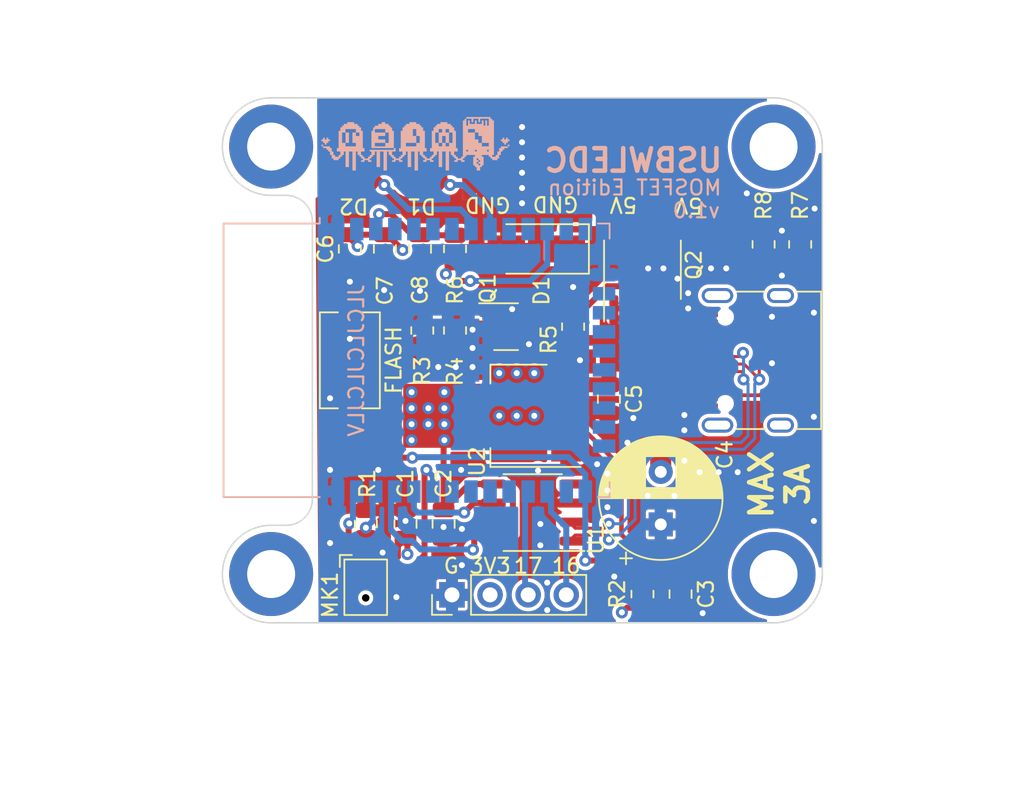
<source format=kicad_pcb>
(kicad_pcb (version 20221018) (generator pcbnew)
  (layers (0 "F.Cu" signal) (1 "In1.Cu" signal) (2 "In2.Cu" signal) (31 "B.Cu" signal) (34 "B.Paste" user) (35 "F.Paste" user) (36 "B.SilkS" user "B.Silkscreen") (37 "F.SilkS" user "F.Silkscreen") (38 "B.Mask" user) (39 "F.Mask" user) (44 "Edge.Cuts" user))
  (net 0 "")
  (net 1 "+5V")
  (net 2 "GND")
  (net 3 "STRIP_5V")
  (net 4 "RELAY")
  (net 5 "RX")
  (net 6 "TX")
  (net 7 "Net-(U3-EN)")
  (net 8 "FLASH")
  (net 9 "Net-(Q1-D)")
  (net 10 "STRIP_DATA_2")
  (net 11 "STRIP_DATA_1")
  (net 12 "I2S_WS")
  (net 13 "I2S_SCK")
  (net 14 "Net-(Q1-G)")
  (net 19 "I2S_SD")
  (net 35 "IO16")
  (net 36 "IO17")
  (net 38 "+3V3")
  (net 39 "Net-(J10-CC1)")
  (net 40 "D+")
  (net 41 "D-")
  (net 43 "Net-(J10-CC2)")
  (footprint "Capacitor_SMD:C_0805_2012Metric" (layer "F.Cu") (at 33.1724 30.0736 -90)
    (fp_text reference "C8")
    (fp_text value "1uF")
  )
  (footprint "ProjectLibrary:SolderWirePad_1x01_SMD_3x6mm" (layer "F.Cu") (at 37.7252 23.368)
    (fp_text reference "J3" hide)
    (fp_text value "GND PAD")
  )
  (footprint "ProjectLibrary:SolderWirePad_1x01_SMD_3x6mm" (layer "F.Cu") (at 46.6852 23.368)
    (fp_text reference "J1" hide)
    (fp_text value "5V OUT PAD")
  )
  (footprint "MountingHole:MountingHole_3.2mm_M3_DIN965_Pad_TopBottom" (layer "F.Cu") (at 23.25 51.75)
    (fp_text reference "H1" hide)
    (fp_text value "MountingHole")
  )
  (footprint "Resistor_SMD:R_0805_2012Metric" (layer "F.Cu") (at 43.3832 35.2552 90)
    (fp_text reference "R5")
    (fp_text value "10k")
  )
  (footprint "Package_SO:SO-8_3.9x4.9mm_P1.27mm" (layer "F.Cu") (at 48.006 31.461 90)
    (fp_text reference "Q2")
    (fp_text value "IRF7410TRPBF")
  )
  (footprint "ProjectLibrary:SolderWirePad_1x01_SMD_3x6mm" (layer "F.Cu") (at 33.2452 23.368)
    (fp_text reference "J2" hide)
    (fp_text value "D1 PAD")
  )
  (footprint "Resistor_SMD:R_0805_2012Metric" (layer "F.Cu") (at 35.5092 30.0736 90)
    (fp_text reference "R6")
    (fp_text value "10k")
  )
  (footprint "Resistor_SMD:R_0805_2012Metric" (layer "F.Cu") (at 58.5216 29.7707 90)
    (fp_text reference "R7")
    (fp_text value "5.1k")
  )
  (footprint "Resistor_SMD:R_0805_2012Metric" (layer "F.Cu") (at 56.0832 29.7688 90)
    (fp_text reference "R8")
    (fp_text value "5.1k")
  )
  (footprint "Capacitor_SMD:C_0805_2012Metric" (layer "F.Cu") (at 34.7472 48.4124 90)
    (fp_text reference "C2")
    (fp_text value "100nF")
  )
  (footprint "Package_SO:SOP-8_3.9x4.9mm_P1.27mm" (layer "F.Cu") (at 40.6908 47.6504 180)
    (fp_text reference "U1")
    (fp_text value "CH340N")
  )
  (footprint "MountingHole:MountingHole_3.2mm_M3_DIN965_Pad_TopBottom" (layer "F.Cu") (at 56.75 23.25)
    (fp_text reference "H4" hide)
    (fp_text value "MountingHole")
  )
  (footprint "Capacitor_SMD:C_0805_2012Metric" (layer "F.Cu") (at 28.4988 30.0736 90)
    (fp_text reference "C6")
    (fp_text value "100nF")
  )
  (footprint "ProjectLibrary:SolderWirePad_1x01_SMD_3x6mm" (layer "F.Cu") (at 51.1652 23.368)
    (fp_text reference "J4" hide)
    (fp_text value "5V OUT PAD")
  )
  (footprint "Diode_SMD:D_SMA" (layer "F.Cu") (at 40.926 30.0736 180)
    (fp_text reference "D1")
    (fp_text value "SS14")
  )
  (footprint "Resistor_SMD:R_0805_2012Metric" (layer "F.Cu") (at 29.5656 48.4124 -90)
    (fp_text reference "R1")
    (fp_text value "100k")
  )
  (footprint "ProjectLibrary:SolderWirePad_1x01_SMD_3x6mm" (layer "F.Cu") (at 42.2052 23.368)
    (fp_text reference "J6" hide)
    (fp_text value "GND PAD")
  )
  (footprint "Sensor_Audio:InvenSense_ICS-43434-6_3.5x2.65mm" (layer "F.Cu") (at 29.554 52.63)
    (fp_text reference "MK1")
    (fp_text value "ICS-43434")
  )
  (footprint "ProjectLibrary:SolderWirePad_1x01_SMD_3x6mm" (layer "F.Cu") (at 28.7652 23.368)
    (fp_text reference "J5" hide)
    (fp_text value "D2 PAD")
  )
  (footprint "Resistor_SMD:R_0805_2012Metric" (layer "F.Cu") (at 35.5092 35.5092 -90)
    (fp_text reference "R4")
    (fp_text value "10k")
  )
  (footprint "Connector_PinHeader_2.54mm:PinHeader_1x04_P2.54mm_Vertical" (layer "F.Cu") (at 35.306 53.1368 90)
    (fp_text reference "J7" hide)
    (fp_text value "Conn_01x04_Pin")
  )
  (footprint "Button_Switch_SMD:SW_Tactile_SPST_NO_Straight_CK_PTS636Sx25SMTRLFS" (layer "F.Cu") (at 28.4988 37.5 -90)
    (fp_text reference "SW1" hide)
    (fp_text value "FLASH_SW")
  )
  (footprint "Resistor_SMD:R_0805_2012Metric" (layer "F.Cu") (at 48.006 53.086 90)
    (fp_text reference "R2")
    (fp_text value "10k")
  )
  (footprint "Capacitor_THT:CP_Radial_D8.0mm_P3.50mm" (layer "F.Cu") (at 49.2252 48.439451 90)
    (fp_text reference "C4")
    (fp_text value "330uF")
  )
  (footprint "MountingHole:MountingHole_3.2mm_M3_DIN965_Pad_TopBottom" (layer "F.Cu") (at 23.25 23.25)
    (fp_text reference "H3" hide)
    (fp_text value "MountingHole")
  )
  (footprint "Connector_USB:USB_C_Receptacle_G-Switch_GT-USB-7010ASV" (layer "F.Cu") (at 56.134 37.5 90)
    (fp_text reference "J10" hide)
    (fp_text value "USB_C_Receptacle_USB2.0")
  )
  (footprint "Capacitor_SMD:C_0805_2012Metric" (layer "F.Cu") (at 45.7708 40.0812 -90)
    (fp_text reference "C5")
    (fp_text value "22uF")
  )
  (footprint "MountingHole:MountingHole_3.2mm_M3_DIN965_Pad_TopBottom" (layer "F.Cu") (at 56.75 51.75)
    (fp_text reference "H2" hide)
    (fp_text value "MountingHole")
  )
  (footprint "Resistor_SMD:R_0805_2012Metric" (layer "F.Cu") (at 33.3248 35.5092 -90)
    (fp_text reference "R3")
    (fp_text value "330R")
  )
  (footprint "Package_TO_SOT_SMD:SOT-23-3" (layer "F.Cu") (at 38.9128 35.2552)
    (fp_text reference "Q1")
    (fp_text value "IRLML6244")
  )
  (footprint "Capacitor_SMD:C_0805_2012Metric" (layer "F.Cu") (at 50.546 53.086 -90)
    (fp_text reference "C3")
    (fp_text value "22uF")
  )
  (footprint "Package_TO_SOT_SMD:SOT-223-3_TabPin2" (layer "F.Cu") (at 39.7764 41.1988 180)
    (fp_text reference "U2")
    (fp_text value "AMS1117-3.3")
  )
  (footprint "Capacitor_SMD:C_0805_2012Metric" (layer "F.Cu") (at 30.8356 30.0736 -90)
    (fp_text reference "C7")
    (fp_text value "10uF")
  )
  (footprint "Capacitor_SMD:C_0805_2012Metric" (layer "F.Cu") (at 32.2072 48.4124 90)
    (fp_text reference "C1")
    (fp_text value "100nF")
  )
  (footprint "RF_Module:ESP32-WROOM-32" (layer "B.Cu") (at 35.936 37.5 -90)
    (fp_text reference "U3" hide)
    (fp_text value "ESP32-WROOM-32")
  )
  (footprint "LOGO" (layer "B.Cu") (at 32.8676 23.0632 180)
    (fp_text reference "G***" hide)
    (fp_text value "LOGO" hide)
  )
  (gr_arc (start 56.75 20) (mid 59.048097 20.951903) (end 60 23.25) (stroke (width 0.1)) (layer "Edge.Cuts"))
  (gr_line (start 60 51.75) (end 60 23.25) (stroke (width 0.1)) (layer "Edge.Cuts"))
  (gr_line (start 56.75 20) (end 23.25 20) (stroke (width 0.1)) (layer "Edge.Cuts"))
  (gr_line (start 23.25 55) (end 56.75 55) (stroke (width 0.1)) (layer "Edge.Cuts"))
  (gr_arc (start 23.25 55) (mid 20 51.75) (end 23.25 48.5) (stroke (width 0.1)) (layer "Edge.Cuts"))
  (gr_arc (start 23.25 26.5) (mid 20 23.25) (end 23.25 20) (stroke (width 0.1)) (layer "Edge.Cuts"))
  (gr_line (start 26 28.25) (end 26 46.75) (stroke (width 0.1)) (layer "Edge.Cuts"))
  (gr_line (start 23.25 48.5) (end 24.25 48.5) (stroke (width 0.1)) (layer "Edge.Cuts"))
  (gr_line (start 24.25 26.5) (end 23.25 26.5) (stroke (width 0.1)) (layer "Edge.Cuts"))
  (gr_arc (start 26 46.75) (mid 25.487437 47.987437) (end 24.25 48.5) (stroke (width 0.1)) (layer "Edge.Cuts"))
  (gr_arc (start 24.25 26.5) (mid 25.487437 27.012563) (end 26 28.25) (stroke (width 0.1)) (layer "Edge.Cuts"))
  (gr_arc (start 60 51.75) (mid 59.048097 54.048097) (end 56.75 55) (stroke (width 0.1)) (layer "Edge.Cuts"))
  (gr_text "MOSFET Edition" (at 53.3654 26.5722) (layer "B.SilkS") (effects (font (size 1 1)) (justify left bottom mirror)))
  (gr_text "v1.0" (at 53.2638 28.0924) (layer "B.SilkS") (effects (font (size 1 1)) (justify left bottom mirror)))
  (gr_text "USBWLEDC" (at 53.4924 25.052) (layer "B.SilkS") (effects (font (size 1.5 1.5) (thickness 0.3) bold) (justify left bottom mirror)))
  (gr_text "JLCJLCJLCJLV" (at 29.5148 32.34107 90) (layer "B.SilkS") (effects (font (size 1 1)) (justify left bottom mirror)))
  (gr_text "MAX\n3A" (at 59.2328 45.7708 90) (layer "F.SilkS") (effects (font (size 1.5 1.5) (thickness 0.3) bold) (justify bottom)))
  (gr_text "16" (at 42.926 51.2064) (layer "F.SilkS") (effects (font (size 1 1))))
  (gr_text "17" (at 40.386 51.2064) (layer "F.SilkS") (effects (font (size 1 1))))
  (gr_text "G" (at 35.2552 51.2064) (layer "F.SilkS") (effects (font (size 1 1))))
  (gr_text "5V" (at 51.1048 27.178 180) (layer "F.SilkS") (effects (font (size 1 1))))
  (gr_text "GND" (at 42.2148 27.0764 180) (layer "F.SilkS") (effects (font (size 1 1))))
  (gr_text "3V3" (at 37.846 51.2064) (layer "F.SilkS") (effects (font (size 1 1))))
  (gr_text "D2" (at 28.7528 27.2288 180) (layer "F.SilkS") (effects (font (size 1 1))))
  (gr_text "FLASH" (at 32.004 39.849405 90) (layer "F.SilkS") (effects (font (size 1 1)) (justify left bottom)))
  (gr_text "GND" (at 37.6936 27.1272 180) (layer "F.SilkS") (effects (font (size 1 1))))
  (gr_text "5V" (at 46.736 27.1272 180) (layer "F.SilkS") (effects (font (size 1 1))))
  (gr_text "D1" (at 33.274 27.2288 180) (layer "F.SilkS") (effects (font (size 1 1))))
  (segment (start 52.409 39.9) (end 50.419 39.9) (width 0.6) (layer "F.Cu") (net 1))
  (segment (start 45.7708 39.1312) (end 45.7708 37.9476) (width 1) (layer "F.Cu") (net 1))
  (segment (start 49.2252 44.939451) (end 49.2252 39.3192) (width 1.4) (layer "F.Cu") (net 1))
  (segment (start 52.409 35.1) (end 50.8 35.1) (width 0.6) (layer "F.Cu") (net 1))
  (segment (start 45.7708 39.1312) (end 42.9556 39.1312) (width 1) (layer "F.Cu") (net 1))
  (segment (start 48.6664 34.036) (end 46.1264 34.036) (width 0.4) (layer "F.Cu") (net 1))
  (segment (start 48.6918 34.6964) (end 46.101 34.6964) (width 0.4) (layer "F.Cu") (net 1))
  (segment (start 43.3832 36.1677) (end 45.6711 36.1677) (width 0.7) (layer "F.Cu") (net 1))
  (segment (start 43.434 27.5336) (end 43.434 25.0952) (width 0.4) (layer "F.Cu") (net 2))
  (segment (start 38.862 21.4884) (end 41.3004 21.4884) (width 0.4) (layer "F.Cu") (net 2))
  (segment (start 36.5252 27.6352) (end 36.5252 25.1968) (width 0.4) (layer "F.Cu") (net 2))
  (segment (start 38.862 24.9936) (end 39.9796 24.9936) (width 0.4) (layer "F.Cu") (net 2))
  (segment (start 50.8 34.3) (end 50.8 32.512) (width 0.6) (layer "F.Cu") (net 2))
  (segment (start 39.9796 24.9936) (end 41.3004 24.9936) (width 0.4) (layer "F.Cu") (net 2))
  (segment (start 52.409 34.3) (end 50.8 34.3) (width 0.6) (layer "F.Cu") (net 2))
  (segment (start 52.409 40.7) (end 50.486 40.7) (width 0.6) (layer "F.Cu") (net 2))
  (via (at 59.436 48.2092) (size 0.8) (drill 0.4) (layers "F.Cu" "B.Cu") (net 2))
  (via (at 46.1264 51.9176) (size 0.8) (drill 0.4) (layers "F.Cu" "B.Cu") (net 2))
  (via (at 39.9796 27.0256) (size 0.8) (drill 0.4) (layers "F.Cu" "B.Cu") (net 2))
  (via (at 30.7848 32.8168) (size 0.8) (drill 0.4) (layers "F.Cu" "B.Cu") (net 2))
  (via (at 39.9796 24.9936) (size 0.8) (drill 0.4) (layers "F.Cu" "B.Cu") (net 2))
  (via (at 30.389939 44.8056) (size 0.8) (drill 0.4) (layers "F.Cu" "B.Cu") (net 2))
  (via (at 41.656 52.324) (size 0.8) (drill 0.4) (layers "F.Cu" "B.Cu") (net 2))
  (via (at 39.9796 22.9616) (size 0.8) (drill 0.4) (layers "F.Cu" "B.Cu") (net 2))
  (via (at 50.8 41.148) (size 0.8) (drill 0.4) (layers "F.Cu" "B.Cu") (net 2))
  (via (at 27.178 49.6824) (size 0.8) (drill 0.4) (layers "F.Cu" "B.Cu") (net 2))
  (via (at 51.054 33.02) (size 0.8) (drill 0.4) (layers "F.Cu" "B.Cu") (net 2))
  (via (at 39.3192 34.0868) (size 0.8) (drill 0.4) (layers "F.Cu" "B.Cu") (net 2))
  (via (at 32.2072 48.2092) (size 0.8) (drill 0.4) (layers "F.Cu" "B.Cu") (net 2))
  (via (at 41.1988 49.8348) (size 0.8) (drill 0.4) (layers "F.Cu" "B.Cu") (net 2))
  (via (at 59.4868 27.3812) (size 0.8) (drill 0.4) (layers "F.Cu" "B.Cu") (net 2))
  (via (at 50.1396 46.5328) (size 0.8) (drill 0.4) (layers "F.Cu" "B.Cu") (net 2))
  (via (at 45.6692 45.0596) (size 0.8) (drill 0.4) (layers "F.Cu" "B.Cu") (net 2))
  (via (at 54.356 44.958) (size 0.8) (drill 0.4) (layers "F.Cu" "B.Cu") (net 2))
  (via (at 43.8404 37.4904) (size 0.8) (drill 0.4) (layers "F.Cu" "B.Cu") (net 2))
  (via (at 53.594 31.369) (size 0.8) (drill 0.4) (layers "F.Cu" "B.Cu") (net 2))
  (via (at 31.5976 53.2892) (size 0.8) (drill 0.4) (layers "F.Cu" "B.Cu") (net 2))
  (via (at 50.3428 32.0548) (size 0.8) (drill 0.4) (layers "F.Cu" "B.Cu") (net 2))
  (via (at 51.816 44.958) (size 0.8) (drill 0.4) (layers "F.Cu" "B.Cu") (net 2))
  (via (at 39.9796 26.0096) (size 0.8) (drill 0.4) (layers "F.Cu" "B.Cu") (net 2))
  (via (at 57.3024 28.8544) (size 0.8) (drill 0.4) (layers "F.Cu" "B.Cu") (net 2))
  (via (at 41.0464 44.8564) (size 0.8) (drill 0.4) (layers "F.Cu" "B.Cu") (net 2))
  (via (at 47.005425 42.992225) (size 0.8) (drill 0.4) (layers "F.Cu" "B.Cu") (net 2))
  (via (at 35.9664 51.1556) (size 0.8) (drill 0.4) (layers "F.Cu" "B.Cu") (net 2))
  (via (at 36.6776 36.6776) (size 0.8) (drill 0.4) (layers "F.Cu" "B.Cu") (net 2))
  (via (at 51.054 34.036) (size 0.8) (drill 0.4) (layers "F.Cu" "B.Cu") (net 2))
  (via (at 33.1724 32.8676) (size 0.8) (drill 0.4) (layers "F.Cu" "B.Cu") (net 2))
  (via (at 56.642 34.5948) (size 0.8) (drill 0.4) (layers "F.Cu" "B.Cu") (net 2))
  (via (at 59.436 34.323866) (size 0.8) (drill 0.4) (layers "F.Cu" "B.Cu") (net 2))
  (via (at 35.9156 44.8056) (size 0.8) (drill 0.4) (layers "F.Cu" "B.Cu") (net 2))
  (via (at 36.6776 35.4584) (size 0.8) (drill 0.4) (layers "F.Cu" "B.Cu") (net 2))
  (via (at 30.6832 50.3174) (size 0.8) (drill 0.4) (layers "F.Cu" "B.Cu") (net 2))
  (via (at 41.656 54.1528) (size 0.8) (drill 0.4) (layers "F.Cu" "B.Cu") (net 2))
  (via (at 43.3832 32.6136) (size 0.8) (drill 0.4) (layers "F.Cu" "B.Cu") (net 2))
  (via (at 34.3916 37.9476) (size 0.8) (drill 0.4) (layers "F.Cu" "B.Cu") (net 2))
  (via (at 45.6692 46.1772) (size 0.8) (drill 0.4) (layers "F.Cu" "B.Cu") (net 2))
  (via (at 56.642 37.6936) (size 0.8) (drill 0.4) (layers "F.Cu" "B.Cu") (net 2))
  (via (at 50.8 42.164) (size 0.8) (drill 0.4) (layers "F.Cu" "B.Cu") (net 2))
  (via (at 40.4368 36.4236) (size 0.8) (drill 0.4) (layers "F.Cu" "B.Cu") (net 2))
  (via (at 48.387 31.369) (size 0.8) (drill 0.4) (layers "F.Cu" "B.Cu") (net 2))
  (via (at 47.3964 41.3512) (size 0.8) (drill 0.4) (layers "F.Cu" "B.Cu") (net 2))
  (via (at 57.3024 31.8516) (size 0.8) (drill 0.4) (layers "F.Cu" "B.Cu") (net 2))
  (via (at 35.56 37.9476) (size 0.8) (drill 0.4) (layers "F.Cu" "B.Cu") (net 2))
  (via (at 41.1988 48.4124) (size 0.8) (drill 0.4) (layers "F.Cu" "B.Cu") (net 2))
  (via (at 48.3616 46.5328) (size 0.8) (drill 0.4) (layers "F.Cu" "B.Cu") (net 2))
  (via (at 52.578 31.369) (size 0.8) (drill 0.4) (layers "F.Cu" "B.Cu") (net 2))
  (via (at 28.4988 36.068) (size 0.8) (drill 0.4) (layers "F.Cu" "B.Cu") (net 2))
  (via (at 36.6776 37.9476) (size 0.8) (drill 0.4) (layers "F.Cu" "B.Cu") (net 2))
  (via (at 50.8 44.196) (size 0.8) (drill 0.4) (layers "F.Cu" "B.Cu") (net 2))
  (via (at 44.9834 44.4246) (size 0.8) (drill 0.4) (layers "F.Cu" "B.Cu") (net 2))
  (via (at 27.178 44.8056) (size 0.8) (drill 0.4) (layers "F.Cu" "B.Cu") (net 2))
  (via (at 34.7472 48.6156) (size 0.8) (drill 0.4) (layers "F.Cu" "B.Cu") (net 2))
  (via (at 28.4988 32.258) (size 0.8) (drill 0.4) (layers "F.Cu" "B.Cu") (net 2))
  (via (at 53.086 44.958) (size 0.8) (drill 0.4) (layers "F.Cu" "B.Cu") (net 2))
  (via (at 39.9796 23.9776) (size 0.8) (drill 0.4) (layers "F.Cu" "B.Cu") (net 2))
  (via (at 54.9656 26.3652) (size 0.8) (drill 0.4) (layers "F.Cu" "B.Cu") (net 2))
  (via (at 27.178 40.0304) (size 0.8) (drill 0.4) (layers "F.Cu" "B.Cu") (net 2))
  (via (at 39.9796 21.9456) (size 0.8) (drill 0.4) (layers "F.Cu" "B.Cu") (net 2))
  (via (at 59.436 41.266532) (size 0.8) (drill 0.4) (layers "F.Cu" "B.Cu") (net 2))
  (via (at 49.403 31.369) (size 0.8) (drill 0.4) (layers "F.Cu" "B.Cu") (net 2))
  (via (at 52.0192 54.356) (size 0.8) (drill 0.4) (layers "F.Cu" "B.Cu") (net 2))
  (via (at 45.6692 47.2948) (size 0.8) (drill 0.4) (layers "F.Cu" "B.Cu") (net 2))
  (via (at 35.968548 48.740241) (size 0.8) (drill 0.4) (layers "F.Cu" "B.Cu") (net 2))
  (segment (start 33.501 34.063) (end 33.528 34.036) (width 0.4) (layer "B.Cu") (net 2))
  (segment (start 36.9484 37.9476) (end 37.2872 37.9476) (width 1) (layer "B.Cu") (net 2))
  (segment (start 33.501 35.295) (end 33.501 34.063) (width 1) (layer "B.Cu") (net 2))
  (segment (start 33.501 38.345) (end 31.9622 38.345) (width 1) (layer "B.Cu") (net 2))
  (segment (start 32.0658 35.295) (end 32.0548 35.306) (width 0.4) (layer "B.Cu") (net 2))
  (segment (start 31.9622 38.345) (end 31.9532 38.354) (width 0.4) (layer "B.Cu") (net 2))
  (segment (start 33.501 35.295) (end 32.0658 35.295) (width 1) (layer "B.Cu") (net 2))
  (segment (start 36.6776 35.4584) (end 37.846 35.4584) (width 1) (layer "B.Cu") (net 2))
  (segment (start 36.322 35.066) (end 36.322 34.3408) (width 1) (layer "B.Cu") (net 2))
  (segment (start 36.3728 38.2524) (end 36.3728 39.5732) (width 1) (layer "B.Cu") (net 2))
  (segment (start 47.752 24.9428) (end 50.1904 24.9428) (width 0.4) (layer "F.Cu") (net 3))
  (segment (start 50.3428 27.0764) (end 50.3428 25.4) (width 0.4) (layer "F.Cu") (net 3))
  (segment (start 45.7708 27.0256) (end 45.7708 25.1968) (width 0.4) (layer "F.Cu") (net 3))
  (segment (start 51.9684 27.1272) (end 51.9684 25.5524) (width 0.4) (layer "F.Cu") (net 3))
  (segment (start 47.752 21.8948) (end 50.1904 21.8948) (width 0.4) (layer "F.Cu") (net 3))
  (segment (start 46.72 24.7236) (end 48.4632 26.4668) (width 0.4) (layer "F.Cu") (net 3))
  (segment (start 51.2 24.746) (end 49.4792 26.4668) (width 0.4) (layer "F.Cu") (net 3))
  (segment (start 47.5488 26.9748) (end 47.5488 25.1968) (width 0.4) (layer "F.Cu") (net 3))
  (segment (start 35.7124 32.2072) (end 33.3248 34.5948) (width 0.4) (layer "F.Cu") (net 4))
  (segment (start 36.5252 32.2072) (end 35.7124 32.2072) (width 0.4) (layer "F.Cu") (net 4))
  (via (at 36.5252 32.2072) (size 0.8) (drill 0.4) (layers "F.Cu" "B.Cu") (net 4))
  (segment (start 41.656 31.0896) (end 41.656 28.75) (width 0.4) (layer "B.Cu") (net 4))
  (segment (start 36.5252 32.2072) (end 40.5384 32.2072) (width 0.4) (layer "B.Cu") (net 4))
  (segment (start 40.5384 32.2072) (end 41.656 31.0896) (width 0.4) (layer "B.Cu") (net 4))
  (segment (start 36.1217 47.649502) (end 36.755802 47.0154) (width 0.4) (layer "F.Cu") (net 5))
  (segment (start 36.755802 47.0154) (end 37.8626 47.0154) (width 0.4) (layer "F.Cu") (net 5))
  (via (at 36.1217 47.649502) (size 0.8) (drill 0.4) (layers "F.Cu" "B.Cu") (net 5))
  (segment (start 33.015502 47.649502) (end 32.766 47.4) (width 0.4) (layer "B.Cu") (net 5))
  (segment (start 36.1217 47.649502) (end 33.015502 47.649502) (width 0.4) (layer "B.Cu") (net 5))
  (segment (start 32.766 47.4) (end 32.766 46.25) (width 0.4) (layer "B.Cu") (net 5))
  (segment (start 36.7908 50.038972) (end 36.7908 48.953672) (width 0.4) (layer "F.Cu") (net 6))
  (segment (start 36.7908 48.953672) (end 37.459072 48.2854) (width 0.4) (layer "F.Cu") (net 6))
  (segment (start 36.708173 50.121599) (end 36.7908 50.038972) (width 0.4) (layer "F.Cu") (net 6))
  (via (at 36.708173 50.121599) (size 0.8) (drill 0.4) (layers "F.Cu" "B.Cu") (net 6))
  (segment (start 31.242 48.8188) (end 31.242 46.504) (width 0.4) (layer "B.Cu") (net 6))
  (segment (start 31.9532 49.53) (end 31.242 48.8188) (width 0.4) (layer "B.Cu") (net 6))
  (segment (start 36.695763 50.109189) (end 33.226471 50.109189) (width 0.4) (layer "B.Cu") (net 6))
  (segment (start 36.708173 50.121599) (end 36.695763 50.109189) (width 0.4) (layer "B.Cu") (net 6))
  (segment (start 31.242 46.504) (end 31.496 46.25) (width 0.4) (layer "B.Cu") (net 6))
  (segment (start 32.647282 49.53) (end 31.9532 49.53) (width 0.4) (layer "B.Cu") (net 6))
  (segment (start 33.226471 50.109189) (end 32.647282 49.53) (width 0.4) (layer "B.Cu") (net 6))
  (segment (start 35.5092 29.1611) (end 33.2099 29.1611) (width 0.4) (layer "F.Cu") (net 7))
  (segment (start 30.445526 27.752445) (end 31.257645 27.752445) (width 0.4) (layer "F.Cu") (net 7))
  (segment (start 32.6288 29.1236) (end 33.1724 29.1236) (width 0.4) (layer "F.Cu") (net 7))
  (segment (start 31.257645 27.752445) (end 32.6288 29.1236) (width 0.4) (layer "F.Cu") (net 7))
  (via (at 30.445526 27.752445) (size 0.8) (drill 0.4) (layers "F.Cu" "B.Cu") (net 7))
  (segment (start 30.445526 27.752445) (end 30.445526 28.530474) (width 0.4) (layer "B.Cu") (net 7))
  (segment (start 48.006 52.1735) (end 46.6833 50.8508) (width 0.4) (layer "F.Cu") (net 8))
  (segment (start 28.8274 41.375) (end 28.4988 41.375) (width 0.4) (layer "F.Cu") (net 8))
  (segment (start 46.6833 50.8508) (end 44.196 50.8508) (width 0.4) (layer "F.Cu") (net 8))
  (segment (start 31.4452 43.9928) (end 28.8274 41.375) (width 0.4) (layer "F.Cu") (net 8))
  (segment (start 32.6644 43.9928) (end 31.4452 43.9928) (width 0.4) (layer "F.Cu") (net 8))
  (via (at 32.6644 43.9928) (size 0.8) (drill 0.4) (layers "F.Cu" "B.Cu") (net 8))
  (via (at 44.196 50.8508) (size 0.8) (drill 0.4) (layers "F.Cu" "B.Cu") (net 8))
  (segment (start 44.196 45.1) (end 44.196 46.25) (width 0.4) (layer "B.Cu") (net 8))
  (segment (start 32.6644 43.9928) (end 32.7016 43.9556) (width 0.4) (layer "B.Cu") (net 8))
  (segment (start 43.0516 43.9556) (end 44.196 45.1) (width 0.4) (layer "B.Cu") (net 8))
  (segment (start 32.7016 43.9556) (end 43.0516 43.9556) (width 0.4) (layer "B.Cu") (net 8))
  (segment (start 44.196 50.8508) (end 44.196 46.25) (width 0.4) (layer "B.Cu") (net 8))
  (segment (start 40.2844 35.2552) (end 41.1988 34.3408) (width 0.4) (layer "F.Cu") (net 9))
  (segment (start 41.1988 34.3408) (end 41.2007 34.3427) (width 0.4) (layer "F.Cu") (net 9))
  (segment (start 49.3776 32.5628) (end 45.6692 32.5628) (width 0.4) (layer "F.Cu") (net 9))
  (segment (start 43.8893 34.3427) (end 43.3832 34.3427) (width 0.4) (layer "F.Cu") (net 9))
  (segment (start 45.6692 32.5628) (end 43.8893 34.3427) (width 0.4) (layer "F.Cu") (net 9))
  (segment (start 49.9364 33.1216) (end 49.3776 32.5628) (width 0.4) (layer "F.Cu") (net 9))
  (segment (start 41.2007 34.3427) (end 43.3832 34.3427) (width 0.4) (layer "F.Cu") (net 9))
  (segment (start 49.9364 34.036) (end 49.9364 33.1216) (width 0.4) (layer "F.Cu") (net 9))
  (segment (start 30.7848 25.8064) (end 28.7652 23.7868) (width 0.4) (layer "F.Cu") (net 10))
  (via (at 30.7848 25.8064) (size 0.8) (drill 0.4) (layers "F.Cu" "B.Cu") (net 10))
  (segment (start 36.576 28.1432) (end 36.576 28.75) (width 0.4) (layer "B.Cu") (net 10))
  (segment (start 35.8648 27.432) (end 36.576 28.1432) (width 0.4) (layer "B.Cu") (net 10))
  (segment (start 32.4104 27.432) (end 35.8648 27.432) (width 0.4) (layer "B.Cu") (net 10))
  (segment (start 30.7848 25.8064) (end 32.4104 27.432) (width 0.4) (layer "B.Cu") (net 10))
  (segment (start 35.179 25.8064) (end 33.2452 23.8726) (width 0.4) (layer "F.Cu") (net 11))
  (via (at 35.179 25.8064) (size 0.8) (drill 0.4) (layers "F.Cu" "B.Cu") (net 11))
  (segment (start 36.0524 25.8064) (end 37.846 27.6) (width 0.4) (layer "B.Cu") (net 11))
  (segment (start 35.179 25.8064) (end 36.0524 25.8064) (width 0.4) (layer "B.Cu") (net 11))
  (segment (start 37.846 27.6) (end 37.846 28.75) (width 0.4) (layer "B.Cu") (net 11))
  (segment (start 28.4156 51.0276) (end 28.654 51.266) (width 0.4) (layer "F.Cu") (net 12))
  (segment (start 28.4156 48.418075) (end 28.4156 51.0276) (width 0.4) (layer "F.Cu") (net 12))
  (segment (start 28.457781 48.375894) (end 28.4156 48.418075) (width 0.4) (layer "F.Cu") (net 12))
  (via (at 28.457781 48.375894) (size 0.8) (drill 0.4) (layers "F.Cu" "B.Cu") (net 12))
  (segment (start 28.956 46.25) (end 28.702 46.504) (width 0.4) (layer "B.Cu") (net 12))
  (segment (start 28.702 46.504) (end 28.702 48.131675) (width 0.4) (layer "B.Cu") (net 12))
  (segment (start 28.702 48.131675) (end 28.457781 48.375894) (width 0.4) (layer "B.Cu") (net 12))
  (segment (start 31.867282 52.088) (end 30.454 52.088) (width 0.4) (layer "F.Cu") (net 13))
  (segment (start 33.601878 44.977554) (end 33.601878 44.8056) (width 0.4) (layer "F.Cu") (net 13))
  (segment (start 33.601878 44.8056) (end 33.4772 44.930278) (width 0.4) (layer "F.Cu") (net 13))
  (segment (start 33.4772 44.930278) (end 33.4772 50.478082) (width 0.4) (layer "F.Cu") (net 13))
  (segment (start 33.4772 50.478082) (end 31.867282 52.088) (width 0.4) (layer "F.Cu") (net 13))
  (via (at 33.601878 44.8056) (size 0.8) (drill 0.4) (layers "F.Cu" "B.Cu") (net 13))
  (segment (start 33.601878 44.8056) (end 34.036 45.239722) (width 0.4) (layer "B.Cu") (net 13))
  (segment (start 34.036 45.239722) (end 34.036 46.25) (width 0.4) (layer "B.Cu") (net 13))
  (segment (start 37.7753 34.3052) (end 35.8007 34.3052) (width 0.4) (layer "F.Cu") (net 14))
  (segment (start 33.6842 36.4217) (end 35.5092 34.5967) (width 0.4) (layer "F.Cu") (net 14))
  (segment (start 29.5656 48.6619) (end 29.5656 49.3249) (width 0.4) (layer "F.Cu") (net 19))
  (segment (start 29.554 51.266) (end 29.554 49.3365) (width 0.4) (layer "F.Cu") (net 19))
  (via (at 29.5656 48.6619) (size 0.8) (drill 0.4) (layers "F.Cu" "B.Cu") (net 19))
  (segment (start 29.5656 48.6619) (end 30.0228 48.2047) (width 0.4) (layer "B.Cu") (net 19))
  (segment (start 30.0228 48.2047) (end 30.0228 46.4532) (width 0.4) (layer "B.Cu") (net 19))
  (segment (start 41.91 46.504) (end 41.91 47.5996) (width 0.4) (layer "B.Cu") (net 35))
  (segment (start 41.656 46.25) (end 41.91 46.504) (width 0.4) (layer "B.Cu") (net 35))
  (segment (start 42.926 48.6156) (end 42.926 53.1368) (width 0.4) (layer "B.Cu") (net 35))
  (segment (start 41.91 47.5996) (end 42.926 48.6156) (width 0.4) (layer "B.Cu") (net 35))
  (segment (start 40.1828 46.4532) (end 40.1828 52.9336) (width 0.4) (layer "B.Cu") (net 36))
  (segment (start 34.8996 31.75) (end 34.8996 31.5957) (width 0.4) (layer "F.Cu") (net 38))
  (segment (start 31.6992 50.5968) (end 31.03 51.266) (width 0.4) (layer "F.Cu") (net 38))
  (segment (start 39.37 46.2788) (end 39.37 49.0728) (width 0.4) (layer "F.Cu") (net 38))
  (segment (start 46.609 44.6314) (end 46.609 49.1236) (width 0.3) (layer "F.Cu") (net 38))
  (segment (start 38.8366 45.7454) (end 39.37 46.2788) (width 0.4) (layer "F.Cu") (net 38))
  (segment (start 39.37 49.0728) (end 38.8874 49.5554) (width 0.4) (layer "F.Cu") (net 38))
  (segment (start 32.334553 50.419353) (end 32.334553 49.489753) (width 0.4) (layer "F.Cu") (net 38))
  (segment (start 34.8996 31.5957) (end 35.5092 30.9861) (width 0.4) (layer "F.Cu") (net 38))
  (segment (start 29.019464 29.875259) (end 28.4988 29.354595) (width 0.4) (layer "F.Cu") (net 38))
  (segment (start 43.1764 41.1988) (end 46.609 44.6314) (width 0.3) (layer "F.Cu") (net 38))
  (segment (start 36.4642 45.7454) (end 37.8626 45.7454) (width 0.4) (layer "F.Cu") (net 38))
  (segment (start 46.9411 53.9985) (end 46.6344 54.3052) (width 0.4) (layer "F.Cu") (net 38))
  (segment (start 32.017617 30.145541) (end 30.995676 29.1236) (width 0.4) (layer "F.Cu") (net 38))
  (segment (start 30.8356 29.1236) (end 28.4988 29.1236) (width 0.4) (layer "F.Cu") (net 38))
  (segment (start 31.6992 49.8704) (end 31.6992 50.5968) (width 0.4) (layer "F.Cu") (net 38))
  (segment (start 46.609 49.1236) (end 49.6214 52.136) (width 0.3) (layer "F.Cu") (net 38))
  (segment (start 34.7472 47.4624) (end 36.4642 45.7454) (width 0.4) (layer "F.Cu") (net 38))
  (segment (start 32.2072 49.3624) (end 31.6992 49.8704) (width 0.4) (layer "F.Cu") (net 38))
  (segment (start 34.7472 47.4624) (end 34.7472 43.1292) (width 0.4) (layer "F.Cu") (net 38))
  (segment (start 31.03 51.266) (end 30.454 51.266) (width 0.4) (layer "F.Cu") (net 38))
  (segment (start 37.8626 45.7454) (end 38.8366 45.7454) (width 0.4) (layer "F.Cu") (net 38))
  (segment (start 48.006 53.9985) (end 46.9411 53.9985) (width 0.4) (layer "F.Cu") (net 38))
  (segment (start 49.6214 52.136) (end 50.0532 52.136) (width 0.3) (layer "F.Cu") (net 38))
  (segment (start 38.8874 49.5554) (end 37.8626 49.5554) (width 0.4) (layer "F.Cu") (net 38))
  (via (at 38.4556 41.1988) (size 0.8) (drill 0.4) (layers "F.Cu" "B.Cu") (net 38))
  (via (at 34.8996 31.75) (size 0.8) (drill 0.4) (layers "F.Cu" "B.Cu") (net 38))
  (via (at 34.798 40.6908) (size 0.8) (drill 0.4) (layers "F.Cu" "B.Cu") (net 38))
  (via (at 29.019464 29.875259) (size 0.8) (drill 0.4) (layers "F.Cu" "B.Cu") (net 38))
  (via (at 32.334553 50.419353) (size 0.8) (drill 0.4) (layers "F.Cu" "B.Cu") (net 38))
  (via (at 33.7312 41.7576) (size 0.8) (drill 0.4) (layers "F.Cu" "B.Cu") (net 38))
  (via (at 32.6136 39.624) (size 0.8) (drill 0.4) (layers "F.Cu" "B.Cu") (net 38))
  (via (at 34.798 41.7576) (size 0.8) (drill 0.4) (layers "F.Cu" "B.Cu") (net 38))
  (via (at 38.4556 38.354) (size 0.8) (drill 0.4) (layers "F.Cu" "B.Cu") (net 38))
  (via (at 40.7924 38.354) (size 0.8) (drill 0.4) (layers "F.Cu" "B.Cu") (net 38))
  (via (at 39.624 38.354) (size 0.8) (drill 0.4) (layers "F.Cu" "B.Cu") (net 38))
  (via (at 34.798 39.624) (size 0.8) (drill 0.4) (layers "F.Cu" "B.Cu") (net 38))
  (via (at 32.6136 41.7576) (size 0.8) (drill 0.4) (layers "F.Cu" "B.Cu") (net 38))
  (via (at 32.6136 42.8244) (size 0.8) (drill 0.4) (layers "F.Cu" "B.Cu") (net 38))
  (via (at 32.6136 40.6908) (size 0.8) (drill 0.4) (layers "F.Cu" "B.Cu") (net 38))
  (via (at 46.6344 54.3052) (size 0.8) (drill 0.4) (layers "F.Cu" "B.Cu") (net 38))
  (via (at 39.624 41.1988) (size 0.8) (drill 0.4) (layers "F.Cu" "B.Cu") (net 38))
  (via (at 32.017617 30.145541) (size 0.8) (drill 0.4) (layers "F.Cu" "B.Cu") (net 38))
  (via (at 34.798 42.8244) (size 0.8) (drill 0.4) (layers "F.Cu" "B.Cu") (net 38))
  (via (at 33.7312 40.6908) (size 0.8) (drill 0.4) (layers "F.Cu" "B.Cu") (net 38))
  (via (at 40.7924 41.1988) (size 0.8) (drill 0.4) (layers "F.Cu" "B.Cu") (net 38))
  (segment (start 29.019464 29.875259) (end 29.019464 28.813464) (width 0.4) (layer "B.Cu") (net 38))
  (segment (start 53.4312 38.75) (end 54.5084 39.8272) (width 0.25) (layer "F.Cu") (net 39))
  (segment (start 55.836775 39.8272) (end 58.5216 37.142375) (width 0.25) (layer "F.Cu") (net 39))
  (segment (start 58.5216 37.142375) (end 58.5216 30.6832) (width 0.25) (layer "F.Cu") (net 39))
  (segment (start 54.5084 39.8272) (end 55.836775 39.8272) (width 0.25) (layer "F.Cu") (net 39))
  (segment (start 52.409 38.75) (end 53.4312 38.75) (width 0.2) (layer "F.Cu") (net 39))
  (segment (start 55.7954 38.772559) (end 55.4954 38.472559) (width 0.2) (layer "F.Cu") (net 40))
  (segment (start 53.2676 36.75) (end 53.7972 36.2204) (width 0.2) (layer "F.Cu") (net 40))
  (segment (start 45.470801 49.145401) (end 43.522599 49.145401) (width 0.2) (layer "F.Cu") (net 40))
  (segment (start 53.7972 36.2204) (end 55.372 36.2204) (width 0.2) (layer "F.Cu") (net 40))
  (segment (start 55.4954 38.472559) (end 55.4954 38.461898) (width 0.2) (layer "F.Cu") (net 40))
  (segment (start 43.522599 49.145401) (end 43.1126 49.5554) (width 0.2) (layer "F.Cu") (net 40))
  (segment (start 55.372 36.2204) (end 55.7954 36.6438) (width 0.2) (layer "F.Cu") (net 40))
  (segment (start 54.783502 37.75) (end 52.409 37.75) (width 0.2) (layer "F.Cu") (net 40))
  (segment (start 55.7954 36.6438) (end 55.7954 38.772559) (width 0.2) (layer "F.Cu") (net 40))
  (segment (start 52.409 36.75) (end 53.2676 36.75) (width 0.2) (layer "F.Cu") (net 40))
  (segment (start 55.4954 38.461898) (end 54.783502 37.75) (width 0.2) (layer "F.Cu") (net 40))
  (segment (start 45.7708 49.4454) (end 45.470801 49.145401) (width 0.2) (layer "F.Cu") (net 40))
  (via (at 45.7708 49.4454) (size 0.8) (drill 0.4) (layers "F.Cu" "B.Cu") (net 40))
  (via (at 55.7954 38.772559) (size 0.8) (drill 0.4) (layers "F.Cu" "B.Cu") (net 40))
  (segment (start 45.7708 49.4454) (end 46.0708 49.1454) (width 0.2) (layer "B.Cu") (net 40))
  (segment (start 47.5198 44.1742) (end 48.26 43.434) (width 0.2) (layer "B.Cu") (net 40))
  (segment (start 46.920033 48.706061) (end 46.920033 48.6954) (width 0.2) (layer "B.Cu") (net 40))
  (segment (start 46.0708 49.1454) (end 46.480694 49.1454) (width 0.2) (layer "B.Cu") (net 40))
  (segment (start 46.920033 48.6954) (end 47.5198 48.095633) (width 0.2) (layer "B.Cu") (net 40))
  (segment (start 55.4954 42.7144) (end 55.495401 39.072558) (width 0.2) (layer "B.Cu") (net 40))
  (segment (start 47.5198 48.095633) (end 47.5198 44.1742) (width 0.2) (layer "B.Cu") (net 40))
  (segment (start 54.7758 43.434) (end 55.4954 42.7144) (width 0.2) (layer "B.Cu") (net 40))
  (segment (start 46.480694 49.1454) (end 46.920033 48.706061) (width 0.2) (layer "B.Cu") (net 40))
  (segment (start 55.495401 39.072558) (end 55.7954 38.772559) (width 0.2) (layer "B.Cu") (net 40))
  (segment (start 48.26 43.434) (end 54.7758 43.434) (width 0.2) (layer "B.Cu") (net 40))
  (segment (start 54.7116 37.0005) (end 54.4621 37.25) (width 0.2) (layer "F.Cu") (net 41))
  (segment (start 54.0512 38.2524) (end 54.0488 38.25) (width 0.2) (layer "F.Cu") (net 41))
  (segment (start 54.0488 38.25) (end 52.409 38.25) (width 0.2) (layer "F.Cu") (net 41))
  (segment (start 45.465586 48.695399) (end 43.522599 48.695399) (width 0.2) (layer "F.Cu") (net 41))
  (segment (start 45.765072 48.395913) (end 45.465586 48.695399) (width 0.2) (layer "F.Cu") (net 41))
  (segment (start 54.4621 37.25) (end 52.409 37.25) (width 0.2) (layer "F.Cu") (net 41))
  (segment (start 54.638844 38.2524) (end 54.0512 38.2524) (width 0.2) (layer "F.Cu") (net 41))
  (segment (start 54.7454 38.358956) (end 54.638844 38.2524) (width 0.2) (layer "F.Cu") (net 41))
  (segment (start 43.522599 48.695399) (end 43.1126 48.2854) (width 0.2) (layer "F.Cu") (net 41))
  (segment (start 54.7454 38.772559) (end 54.7454 38.358956) (width 0.2) (layer "F.Cu") (net 41))
  (via (at 54.7454 38.772559) (size 0.8) (drill 0.4) (layers "F.Cu" "B.Cu") (net 41))
  (via (at 45.765072 48.395913) (size 0.8) (drill 0.4) (layers "F.Cu" "B.Cu") (net 41))
  (via (at 54.7116 37.0005) (size 0.8) (drill 0.4) (layers "F.Cu" "B.Cu") (net 41))
  (segment (start 55.0454 42.528) (end 55.045401 39.07256) (width 0.2) (layer "B.Cu") (net 41))
  (segment (start 54.7454 38.772559) (end 54.7454 37.0343) (width 0.2) (layer "B.Cu") (net 41))
  (segment (start 46.583123 48.395913) (end 47.0698 47.909236) (width 0.2) (layer "B.Cu") (net 41))
  (segment (start 47.0698 43.987804) (end 48.073604 42.984) (width 0.2) (layer "B.Cu") (net 41))
  (segment (start 54.5894 42.984) (end 55.0454 42.528) (width 0.2) (layer "B.Cu") (net 41))
  (segment (start 54.7454 37.0343) (end 54.7116 37.0005) (width 0.2) (layer "B.Cu") (net 41))
  (segment (start 47.0698 47.909236) (end 47.0698 43.987804) (width 0.2) (layer "B.Cu") (net 41))
  (segment (start 45.765072 48.395913) (end 46.583123 48.395913) (width 0.2) (layer "B.Cu") (net 41))
  (segment (start 48.073604 42.984) (end 54.5894 42.984) (width 0.2) (layer "B.Cu") (net 41))
  (segment (start 55.045401 39.07256) (end 54.7454 38.772559) (width 0.2) (layer "B.Cu") (net 41))
  (segment (start 56.0832 30.6813) (end 54.6608 32.1037) (width 0.4) (layer "F.Cu") (net 43))
  (segment (start 52.4575 35.7632) (end 54.356 35.7632) (width 0.2) (layer "F.Cu") (net 43))
  (segment (start 54.6608 32.1037) (end 54.6608 35.3656) (width 0.4) (layer "F.Cu") (net 43))
  (segment (start 54.6608 35.3656) (end 54.356 35.6704) (width 0.4) (layer "F.Cu") (net 43))
  (zone (net 0) (net_name "") (layer "F.Cu") (connect_pads (clearance 0)) (min_thickness 0.25)
    (keepout (tracks allowed) (vias allowed) (pads allowed) (copperpour not_allowed) (footprints allowed))
    (fill (thermal_gap 0.2) (thermal_bridge_width 0.8))
    (polygon (pts (xy 50.1396 55.118) (xy 47.0916 55.118) (xy 47.0916 52.3748) (xy 50.1396 52.3748)))
  )
  (zone (net 0) (net_name "") (layer "F.Cu") (connect_pads (clearance 0)) (min_thickness 0.25)
    (keepout (tracks allowed) (vias allowed) (pads allowed) (copperpour not_allowed) (footprints allowed))
    (fill (thermal_gap 0.2) (thermal_bridge_width 0.8))
    (polygon (pts (xy 28.956 51.816) (xy 28.956 52.3748) (xy 29.9212 52.3748) (xy 29.9212 51.816)))
  )
  (zone (net 0) (net_name "") (layer "F.Cu") (connect_pads yes (clearance 0)) (min_thickness 0.25)
    (keepout (tracks allowed) (vias allowed) (pads allowed) (copperpour not_allowed) (footprints allowed))
    (fill (thermal_gap 0.2) (thermal_bridge_width 0.8))
    (polygon (pts (xy 43.9166 42.7482) (xy 41.9608 42.7482) (xy 41.9608 42.1386) (xy 43.9166 42.1386)))
  )
  (zone (net 0) (net_name "") (layer "F.Cu") (connect_pads (clearance 0)) (min_thickness 0.25)
    (keepout (tracks allowed) (vias allowed) (pads allowed) (copperpour not_allowed) (footprints allowed))
    (fill (thermal_gap 0.2) (thermal_bridge_width 0.8))
    (polygon (pts (xy 49.4284 21.6916) (xy 48.5648 21.6916) (xy 48.5648 21.1836) (xy 49.4284 21.1836)))
  )
  (zone (net 38) (net_name "+3V3") (layer "F.Cu") (priority 99) (connect_pads yes (clearance 0.25)) (min_thickness 0.25) (fill yes (thermal_gap 0.2) (thermal_bridge_width 0.8))
    (polygon (pts (xy 43.942 40.4368) (xy 41.656 40.4368) (xy 41.656 37.7444) (xy 37.7952 37.7444) (xy 37.846 39.0652) (xy 32.0548 39.0652) (xy 32.0548 43.3324) (xy 37.7952 43.3324) (xy 37.7952 44.2976) (xy 41.656 44.2976) (xy 41.656 41.9608) (xy 43.942 41.9608)))
  )
  (zone (net 3) (net_name "STRIP_5V") (layer "F.Cu") (priority 99) (connect_pads (clearance 0.25)) (min_thickness 0.25) (fill yes (thermal_gap 0.2) (thermal_bridge_width 0.8))
    (polygon (pts (xy 44.916035 28.549643) (xy 42.545 28.5496) (xy 42.545 30.48) (xy 45.593 30.48) (xy 45.593 29.7688) (xy 52.9336 29.7688) (xy 52.9336 20.4724) (xy 44.958 20.4724)))
  )
  (zone (net 0) (net_name "") (layer "F.Cu") (connect_pads yes (clearance 0)) (min_thickness 0.25)
    (keepout (tracks allowed) (vias allowed) (pads allowed) (copperpour not_allowed) (footprints allowed))
    (fill (thermal_gap 0.2) (thermal_bridge_width 0.8))
    (polygon (pts (xy 42.4688 34.798) (xy 42.4688 35.6616) (xy 43.434 35.6616) (xy 43.434 34.798)))
  )
  (zone (net 0) (net_name "") (layer "F.Cu") (connect_pads yes (clearance 0)) (min_thickness 0.25)
    (keepout (tracks allowed) (vias allowed) (pads allowed) (copperpour not_allowed) (footprints allowed))
    (fill (thermal_gap 0.2) (thermal_bridge_width 0.8))
    (polygon (pts (xy 44.1452 40.5384) (xy 44.1452 39.624) (xy 43.434 39.624) (xy 43.434 40.5384)))
  )
  (zone (net 1) (net_name "+5V") (layer "F.Cu") (priority 99) (connect_pads (clearance 0)) (min_thickness 0.25) (fill yes (thermal_gap 0.2) (thermal_bridge_width 0.8))
    (polygon (pts (xy 51.435 34.798) (xy 50.038 34.798) (xy 50.038 34.6456) (xy 45.1612 34.6456) (xy 45.1612 38.2524) (xy 46.736 38.2524) (xy 46.736 40.1828) (xy 51.435 40.1828)))
  )
  (zone (net 0) (net_name "") (layer "F.Cu") (connect_pads (clearance 0)) (min_thickness 0.25)
    (keepout (tracks allowed) (vias allowed) (pads allowed) (copperpour not_allowed) (footprints allowed))
    (fill (thermal_gap 0.2) (thermal_bridge_width 0.8))
    (polygon (pts (xy 27.8384 26.6192) (xy 26.162 26.6192) (xy 26.162 26.3144) (xy 27.8384 26.3144)))
  )
  (zone (net 2) (net_name "GND") (layer "F.Cu") (priority 99) (connect_pads (clearance 0)) (min_thickness 0.25) (fill yes (thermal_gap 0.1) (thermal_bridge_width 1.5))
    (polygon (pts (xy 43.7896 26.7716) (xy 43.7388 19.7612) (xy 35.9664 19.7612) (xy 36.0172 26.7716)))
  )
  (zone (net 0) (net_name "") (layer "F.Cu") (connect_pads yes (clearance 0)) (min_thickness 0.25)
    (keepout (tracks allowed) (vias allowed) (pads allowed) (copperpour not_allowed) (footprints allowed))
    (fill (thermal_gap 0.2) (thermal_bridge_width 0.8))
    (polygon (pts (xy 50.419 29.1846) (xy 45.593 29.1846) (xy 45.593 30.0228) (xy 50.419 30.0228)))
  )
  (zone (net 0) (net_name "") (layer "F.Cu") (connect_pads (clearance 0)) (min_thickness 0.25)
    (keepout (tracks allowed) (vias allowed) (pads allowed) (copperpour not_allowed) (footprints allowed))
    (fill (thermal_gap 0.2) (thermal_bridge_width 0.8))
    (polygon (pts (xy 53.7464 23.4188) (xy 53.1368 23.4188) (xy 53.1368 23.0632) (xy 53.7464 23.0632)))
  )
  (zone (net 2) (net_name "GND") (layer "F.Cu") (priority 4) (connect_pads (clearance 0.25)) (min_thickness 0.25) (fill yes (thermal_gap 0.2) (thermal_bridge_width 0.8))
    (polygon (pts (xy 60.198 19.812) (xy 60.198 55.118) (xy 26.416 55.118) (xy 26.162 19.812)))
  )
  (zone (net 0) (net_name "") (layer "F.Cu") (connect_pads (clearance 0)) (min_thickness 0.25)
    (keepout (tracks allowed) (vias allowed) (pads allowed) (copperpour not_allowed) (footprints allowed))
    (fill (thermal_gap 0.2) (thermal_bridge_width 0.8))
    (polygon (pts (xy 43.731443 19.764661) (xy 43.7388 19.7612) (xy 44.9072 19.7612) (xy 44.9072 26.5176) (xy 43.7388 26.5176) (xy 43.7388 21.2852) (xy 35.9664 21.2852) (xy 35.9664 25.2476) (xy 35.0012 25.2476) (xy 35.0012 19.8628) (xy 35.9664 19.8628) (xy 35.9664 19.5072) (xy 43.7388 19.5072)))
  )
  (zone (net 0) (net_name "") (layer "F.Cu") (connect_pads (clearance 0)) (min_thickness 0.25)
    (keepout (tracks allowed) (vias allowed) (pads allowed) (copperpour not_allowed) (footprints allowed))
    (fill (thermal_gap 0.2) (thermal_bridge_width 0.8))
    (polygon (pts (xy 36.4236 30.6324) (xy 27.5336 30.6324) (xy 27.5336 29.5148) (xy 36.4236 29.5148)))
  )
  (zone (net 0) (net_name "") (layer "B.Cu") (connect_pads yes (clearance 0)) (min_thickness 0.25)
    (keepout (tracks allowed) (vias allowed) (pads allowed) (copperpour not_allowed) (footprints allowed))
    (fill (thermal_gap 0.2) (thermal_bridge_width 0.8))
    (polygon (pts (xy 35.2044 27.0256) (xy 35.2044 26.3652) (xy 35.56 26.3652) (xy 35.56 27.0256)))
  )
  (zone (net 2) (net_name "GND") (layer "B.Cu") (priority 4) (connect_pads (clearance 0.25)) (min_thickness 0.25) (fill yes (thermal_gap 0.2) (thermal_bridge_width 0.8))
    (polygon (pts (xy 60.198 19.812) (xy 60.198 55.118) (xy 26.416 55.118) (xy 26.3144 19.812)))
  )
)
</source>
